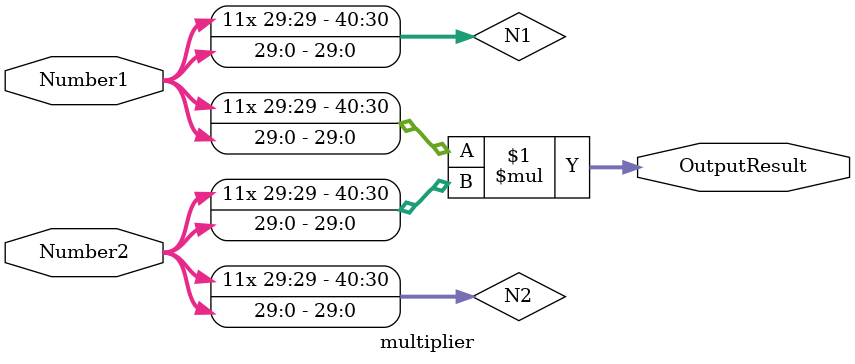
<source format=v>
module multiplier #(parameter I=19, parameter F=11)
(
	input wire signed[I+F-1:0] Number1,
	input wire signed[I+F-1:0] Number2,
	output wire signed[I+2*F-1:0] OutputResult
);

	wire signed [I+2*F-1:0] N1;
	wire signed [I+2*F-1:0] N2; 
	assign N1= Number1;
	assign N2= Number2;
	assign OutputResult = N1*N2;
endmodule

</source>
